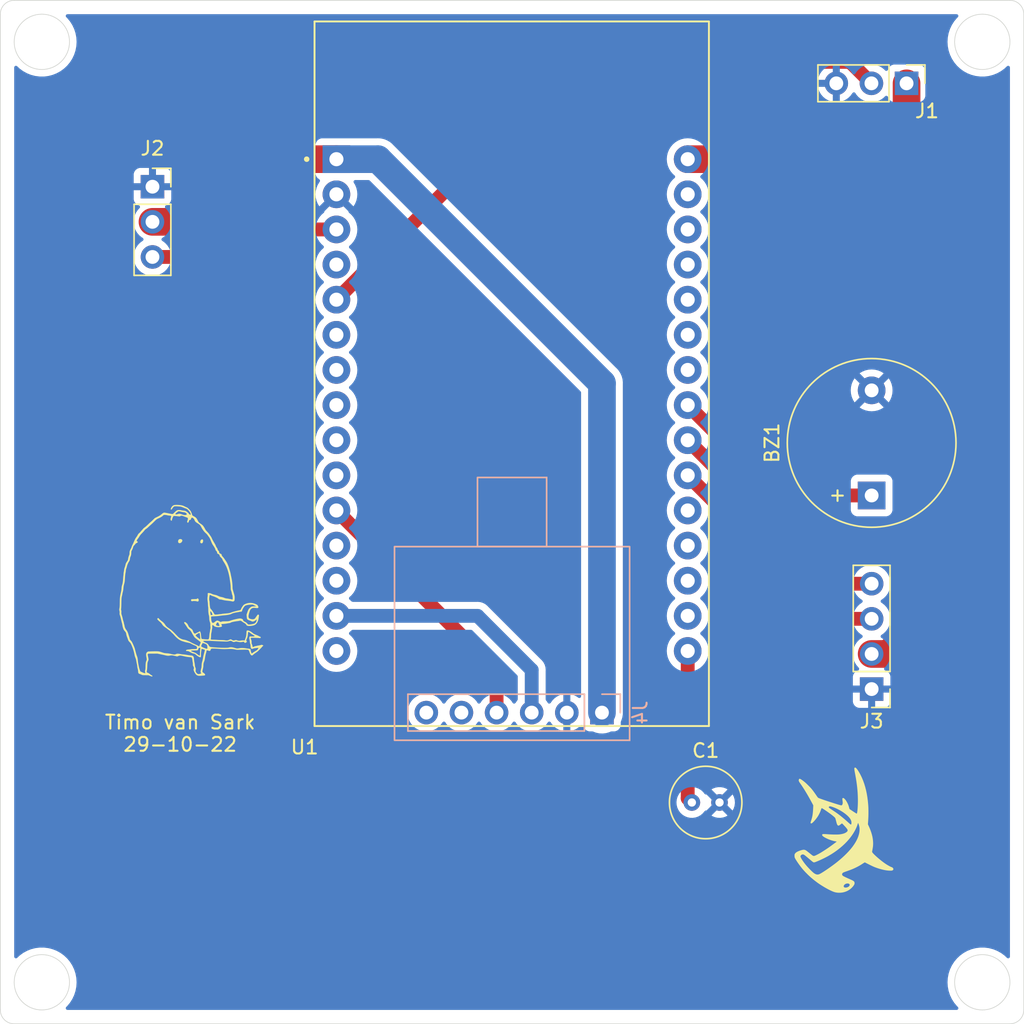
<source format=kicad_pcb>
(kicad_pcb (version 20211014) (generator pcbnew)
  (layers (0 "F.Cu" signal) (31 "B.Cu" signal) (34 "B.Paste" user) (35 "F.Paste" user) (36 "B.SilkS" user "B.Silkscreen") (37 "F.SilkS" user "F.Silkscreen") (38 "B.Mask" user) (39 "F.Mask" user) (44 "Edge.Cuts" user))
  (net 0 "")
  (net 1 "Net-(BZ1-Pad1)")
  (net 2 "GND")
  (net 3 "Net-(C1-Pad1)")
  (net 4 "+5V")
  (net 5 "+3V3")
  (net 6 "Net-(J2-Pad3)")
  (net 7 "Net-(J3-Pad3)")
  (net 8 "Net-(J3-Pad4)")
  (net 9 "I2C_SCL")
  (net 10 "I2C_SDA")
  (net 31 "Net-(J1-Pad2)")
  (footprint "LOGO" (layer "F.Cu") (at 122 92)
    (fp_text reference "G***" hide)
    (fp_text value "LOGO" hide)
  )
  (footprint "LOGO" (layer "F.Cu") (at 170 109)
    (fp_text reference "G***" hide)
    (fp_text value "LOGO" hide)
  )
  (footprint "Custom_Footprints:MODULE_ESP32_DEVKIT_V1" (layer "F.Cu") (at 146 76)
    (fp_text reference "U1" (at -15 27) (layer "F.SilkS"))
    (fp_text value "ESP32-DEVKIT-V1")
    (pad "1" thru_hole rect (at -12.7 -15.515) (size 2 2) (drill 1.02) (layers *.Cu *.Mask) (net 5 "+3V3"))
    (pad "2" thru_hole circle (at -12.7 -12.975) (size 2 2) (drill 1.02) (layers *.Cu *.Mask) (net 2 "GND"))
    (pad "3" thru_hole circle (at -12.7 -10.435) (size 2 2) (drill 1.02) (layers *.Cu *.Mask) (net 6 "Net-(J2-Pad3)"))
    (pad "4" thru_hole circle (at -12.7 -7.895) (size 2 2) (drill 1.02) (layers *.Cu *.Mask))
    (pad "5" thru_hole circle (at -12.7 -5.355) (size 2 2) (drill 1.02) (layers *.Cu *.Mask) (net 31 "Net-(J1-Pad2)"))
    (pad "6" thru_hole circle (at -12.7 -2.815) (size 2 2) (drill 1.02) (layers *.Cu *.Mask))
    (pad "7" thru_hole circle (at -12.7 -0.275) (size 2 2) (drill 1.02) (layers *.Cu *.Mask))
    (pad "8" thru_hole circle (at -12.7 2.265) (size 2 2) (drill 1.02) (layers *.Cu *.Mask))
    (pad "9" thru_hole circle (at -12.7 4.805) (size 2 2) (drill 1.02) (layers *.Cu *.Mask))
    (pad "10" thru_hole circle (at -12.7 7.345) (size 2 2) (drill 1.02) (layers *.Cu *.Mask))
    (pad "11" thru_hole circle (at -12.7 9.885) (size 2 2) (drill 1.02) (layers *.Cu *.Mask) (net 10 "I2C_SDA"))
    (pad "12" thru_hole circle (at -12.7 12.425) (size 2 2) (drill 1.02) (layers *.Cu *.Mask))
    (pad "13" thru_hole circle (at -12.7 14.965) (size 2 2) (drill 1.02) (layers *.Cu *.Mask))
    (pad "14" thru_hole circle (at -12.7 17.505) (size 2 2) (drill 1.02) (layers *.Cu *.Mask) (net 9 "I2C_SCL"))
    (pad "15" thru_hole circle (at -12.7 20.045) (size 2 2) (drill 1.02) (layers *.Cu *.Mask))
    (pad "16" thru_hole circle (at 12.7 20.045) (size 2 2) (drill 1.02) (layers *.Cu *.Mask) (net 3 "Net-(C1-Pad1)"))
    (pad "17" thru_hole circle (at 12.7 17.505) (size 2 2) (drill 1.02) (layers *.Cu *.Mask))
    (pad "18" thru_hole circle (at 12.7 14.965) (size 2 2) (drill 1.02) (layers *.Cu *.Mask))
    (pad "19" thru_hole circle (at 12.7 12.425) (size 2 2) (drill 1.02) (layers *.Cu *.Mask))
    (pad "20" thru_hole circle (at 12.7 9.885) (size 2 2) (drill 1.02) (layers *.Cu *.Mask))
    (pad "21" thru_hole circle (at 12.7 7.345) (size 2 2) (drill 1.02) (layers *.Cu *.Mask) (net 7 "Net-(J3-Pad3)"))
    (pad "22" thru_hole circle (at 12.7 4.805) (size 2 2) (drill 1.02) (layers *.Cu *.Mask) (net 8 "Net-(J3-Pad4)"))
    (pad "23" thru_hole circle (at 12.7 2.265) (size 2 2) (drill 1.02) (layers *.Cu *.Mask) (net 1 "Net-(BZ1-Pad1)"))
    (pad "24" thru_hole circle (at 12.7 -0.275) (size 2 2) (drill 1.02) (layers *.Cu *.Mask))
    (pad "25" thru_hole circle (at 12.7 -2.815) (size 2 2) (drill 1.02) (layers *.Cu *.Mask))
    (pad "26" thru_hole circle (at 12.7 -5.355) (size 2 2) (drill 1.02) (layers *.Cu *.Mask))
    (pad "27" thru_hole circle (at 12.7 -7.895) (size 2 2) (drill 1.02) (layers *.Cu *.Mask))
    (pad "28" thru_hole circle (at 12.7 -10.435) (size 2 2) (drill 1.02) (layers *.Cu *.Mask))
    (pad "29" thru_hole circle (at 12.7 -12.975) (size 2 2) (drill 1.02) (layers *.Cu *.Mask))
    (pad "30" thru_hole circle (at 12.7 -15.515) (size 2 2) (drill 1.02) (layers *.Cu *.Mask) (net 4 "+5V"))
  )
  (footprint "Connector_PinHeader_2.54mm:PinHeader_1x04_P2.54mm_Vertical" (layer "F.Cu") (at 172 98.8 180)
    (fp_text reference "J3" (at 0 -2.33) (layer "F.SilkS"))
    (fp_text value "AnemoMeter")
    (pad "1" thru_hole rect (at 0 0 180) (size 1.7 1.7) (drill 1) (layers *.Cu *.Mask) (net 2 "GND"))
    (pad "2" thru_hole oval (at 0 2.54 180) (size 1.7 1.7) (drill 1) (layers *.Cu *.Mask) (net 4 "+5V"))
    (pad "3" thru_hole oval (at 0 5.08 180) (size 1.7 1.7) (drill 1) (layers *.Cu *.Mask) (net 7 "Net-(J3-Pad3)"))
    (pad "4" thru_hole oval (at 0 7.62 180) (size 1.7 1.7) (drill 1) (layers *.Cu *.Mask) (net 8 "Net-(J3-Pad4)"))
  )
  (footprint "Capacitor_THT:C_Radial_D5.0mm_H7.0mm_P2.00mm" (layer "F.Cu") (at 159 107)
    (fp_text reference "C1" (at 1 -3.75) (layer "F.SilkS"))
    (fp_text value "10µF")
    (pad "1" thru_hole circle (at 0 0) (size 1.2 1.2) (drill 0.6) (layers *.Cu *.Mask) (net 3 "Net-(C1-Pad1)"))
    (pad "2" thru_hole circle (at 2 0) (size 1.2 1.2) (drill 0.6) (layers *.Cu *.Mask) (net 2 "GND"))
  )
  (footprint "Connector_PinSocket_2.54mm:PinSocket_1x03_P2.54mm_Vertical" (layer "F.Cu") (at 120 62.475)
    (fp_text reference "J2" (at 0 -2.77) (layer "F.SilkS"))
    (fp_text value "SR602")
    (pad "1" thru_hole rect (at 0 0) (size 1.7 1.7) (drill 1) (layers *.Cu *.Mask) (net 2 "GND"))
    (pad "2" thru_hole oval (at 0 2.54) (size 1.7 1.7) (drill 1) (layers *.Cu *.Mask) (net 5 "+3V3"))
    (pad "3" thru_hole oval (at 0 5.08) (size 1.7 1.7) (drill 1) (layers *.Cu *.Mask) (net 6 "Net-(J2-Pad3)"))
  )
  (footprint "Buzzer_Beeper:Buzzer_12x9.5RM7.6" (layer "F.Cu") (at 172 84.8 90)
    (fp_text reference "BZ1" (at 3.8 -7.2 90) (layer "F.SilkS"))
    (fp_text value "Buzzer")
    (fp_text user "+" (at -0.01 -2.54 90) (layer "F.SilkS"))
    (pad "1" thru_hole rect (at 0 0 90) (size 2 2) (drill 1) (layers *.Cu *.Mask) (net 1 "Net-(BZ1-Pad1)"))
    (pad "2" thru_hole circle (at 7.6 0 90) (size 2 2) (drill 1) (layers *.Cu *.Mask) (net 2 "GND"))
  )
  (footprint "Connector_PinHeader_2.54mm:PinHeader_1x03_P2.54mm_Vertical" (layer "F.Cu") (at 174.525 55 -90)
    (fp_text reference "J1" (at 2 -1.475) (layer "F.SilkS"))
    (fp_text value "Led strip")
    (pad "1" thru_hole rect (at 0 0 270) (size 1.7 1.7) (drill 1) (layers *.Cu *.Mask) (net 4 "+5V"))
    (pad "2" thru_hole oval (at 0 2.54 270) (size 1.7 1.7) (drill 1) (layers *.Cu *.Mask) (net 31 "Net-(J1-Pad2)"))
    (pad "3" thru_hole oval (at 0 5.08 270) (size 1.7 1.7) (drill 1) (layers *.Cu *.Mask) (net 2 "GND"))
  )
  (footprint "Connector_PinSocket_2.54mm:PinSocket_1x06_P2.54mm_Vertical" (layer "B.Cu") (at 152.5 100.5 90)
    (fp_text reference "J4" (at 0 2.77 90) (layer "B.SilkS") (effects (justify mirror)))
    (fp_text value "BME680")
    (pad "1" thru_hole rect (at 0 0 90) (size 1.7 1.7) (drill 1) (layers *.Cu *.Mask) (net 5 "+3V3"))
    (pad "2" thru_hole oval (at 0 -2.54 90) (size 1.7 1.7) (drill 1) (layers *.Cu *.Mask) (net 2 "GND"))
    (pad "3" thru_hole oval (at 0 -5.08 90) (size 1.7 1.7) (drill 1) (layers *.Cu *.Mask) (net 9 "I2C_SCL"))
    (pad "4" thru_hole oval (at 0 -7.62 90) (size 1.7 1.7) (drill 1) (layers *.Cu *.Mask) (net 10 "I2C_SDA"))
    (pad "5" thru_hole oval (at 0 -10.16 90) (size 1.7 1.7) (drill 1) (layers *.Cu *.Mask))
    (pad "6" thru_hole oval (at 0 -12.7 90) (size 1.7 1.7) (drill 1) (layers *.Cu *.Mask))
  )
  (gr_circle (center 180 52) (end 182 52) (layer "Edge.Cuts") (width 0.05) (fill none))
  (gr_arc (start 109 50) (mid 109.292893 49.292893) (end 110 49) (layer "Edge.Cuts") (width 0.05))
  (gr_circle (center 112 120) (end 114 120) (layer "Edge.Cuts") (width 0.05) (fill none))
  (gr_circle (center 180 120) (end 182 120) (layer "Edge.Cuts") (width 0.05) (fill none))
  (gr_line (start 182 123) (end 110 123) (layer "Edge.Cuts") (width 0.05))
  (gr_circle (center 112 52) (end 114 52) (layer "Edge.Cuts") (width 0.05) (fill none))
  (gr_arc (start 182 49) (mid 182.707107 49.292893) (end 183 50) (layer "Edge.Cuts") (width 0.05))
  (gr_line (start 109 122) (end 109 50) (layer "Edge.Cuts") (width 0.05))
  (gr_arc (start 110 123) (mid 109.292893 122.707107) (end 109 122) (layer "Edge.Cuts") (width 0.05))
  (gr_line (start 183 50) (end 183 122) (layer "Edge.Cuts") (width 0.05))
  (gr_line (start 110 49) (end 182 49) (layer "Edge.Cuts") (width 0.05))
  (gr_arc (start 183 122) (mid 182.707107 122.707107) (end 182 123) (layer "Edge.Cuts") (width 0.05))
  (gr_text "Timo van Sark\n29-10-22" (at 122 102) (layer "F.SilkS") (effects (font (size 1 1))))
  (segment (start 172 84.8) (end 165.235 84.8) (width 1) (layer "F.Cu") (net 1))
  (segment (start 165.235 84.8) (end 158.7 78.265) (width 1) (layer "F.Cu") (net 1))
  (segment (start 158.7 106.7) (end 159 107) (width 1) (layer "F.Cu") (net 3))
  (segment (start 158.7 96.045) (end 158.7 106.7) (width 1) (layer "F.Cu") (net 3))
  (segment (start 173.202081 96.26) (end 172 96.26) (width 2) (layer "F.Cu") (net 4))
  (segment (start 174.525 60.525) (end 174.525 94.937081) (width 2) (layer "F.Cu") (net 4))
  (segment (start 158.7 60.485) (end 174.485 60.485) (width 2) (layer "F.Cu") (net 4))
  (segment (start 174.525 55) (end 174.525 60.525) (width 2) (layer "F.Cu") (net 4))
  (segment (start 174.485 60.485) (end 174.525 60.525) (width 2) (layer "F.Cu") (net 4))
  (segment (start 174.525 94.937081) (end 173.202081 96.26) (width 2) (layer "F.Cu") (net 4))
  (segment (start 127.515 60.485) (end 133.3 60.485) (width 2) (layer "F.Cu") (net 5))
  (segment (start 120 65.015) (end 122.985 65.015) (width 2) (layer "F.Cu") (net 5))
  (segment (start 122.985 65.015) (end 127.515 60.485) (width 2) (layer "F.Cu") (net 5))
  (segment (start 133.3 60.485) (end 136.3 60.485) (width 2) (layer "B.Cu") (net 5))
  (segment (start 136.3 60.485) (end 152.5 76.685) (width 2) (layer "B.Cu") (net 5))
  (segment (start 152.5 76.685) (end 152.5 100.5) (width 2) (layer "B.Cu") (net 5))
  (segment (start 127.435 65.565) (end 133.3 65.565) (width 1) (layer "F.Cu") (net 6))
  (segment (start 125.445 67.555) (end 127.435 65.565) (width 1) (layer "F.Cu") (net 6))
  (segment (start 120 67.555) (end 125.445 67.555) (width 1) (layer "F.Cu") (net 6))
  (segment (start 169.075 93.72) (end 158.7 83.345) (width 1) (layer "F.Cu") (net 7))
  (segment (start 172 93.72) (end 169.075 93.72) (width 1) (layer "F.Cu") (net 7))
  (segment (start 172 91.18) (end 169.075 91.18) (width 1) (layer "F.Cu") (net 8))
  (segment (start 169.075 91.18) (end 158.7 80.805) (width 1) (layer "F.Cu") (net 8))
  (segment (start 143.505 93.505) (end 133.3 93.505) (width 1) (layer "B.Cu") (net 9))
  (segment (start 147.42 97.42) (end 143.505 93.505) (width 1) (layer "B.Cu") (net 9))
  (segment (start 147.42 100.5) (end 147.42 97.42) (width 1) (layer "B.Cu") (net 9))
  (segment (start 133.3 85.885) (end 144.88 97.465) (width 1) (layer "F.Cu") (net 10))
  (segment (start 144.88 97.465) (end 144.88 100.5) (width 1) (layer "F.Cu") (net 10))
  (segment (start 150.494511 53.450489) (end 133.3 70.645) (width 1) (layer "F.Cu") (net 31))
  (segment (start 170.435489 53.450489) (end 150.494511 53.450489) (width 1) (layer "F.Cu") (net 31))
  (segment (start 171.985 55) (end 170.435489 53.450489) (width 1) (layer "F.Cu") (net 31))
  (zone (net 2) (net_name "GND") (layer "B.Cu") (connect_pads (clearance 0.508)) (min_thickness 0.254) (fill yes (thermal_gap 0.508) (thermal_bridge_width 0.508))
    (polygon (pts (xy 182 122) (xy 110 122) (xy 110 50) (xy 182 50)))
  )
)
</source>
